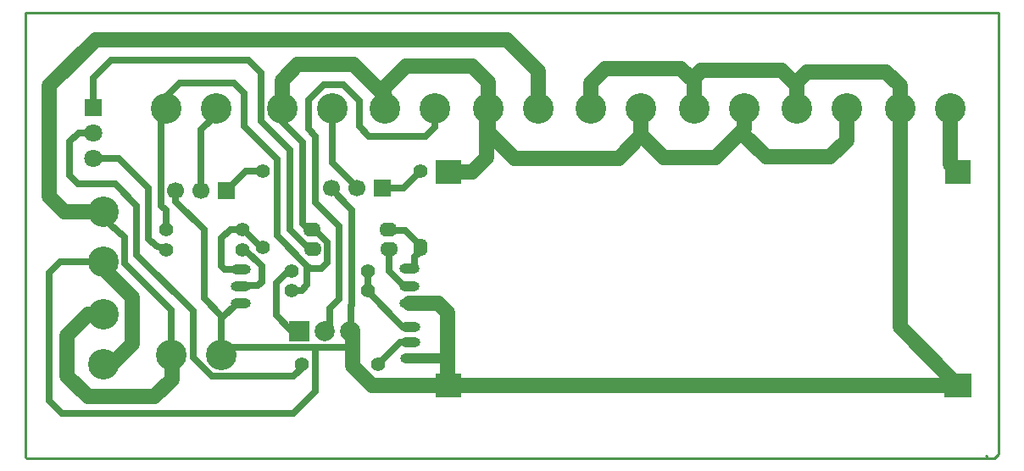
<source format=gbl>
G04*
G04 #@! TF.GenerationSoftware,Altium Limited,Altium Designer,19.0.15 (446)*
G04*
G04 Layer_Physical_Order=2*
G04 Layer_Color=16711680*
%FSLAX44Y44*%
%MOMM*%
G71*
G01*
G75*
%ADD12C,0.2540*%
%ADD32R,2.5400X2.3368*%
%ADD33R,2.6924X2.3368*%
%ADD34C,3.0480*%
%ADD35C,1.4000*%
%ADD36C,2.0000*%
%ADD37R,2.0000X2.0000*%
%ADD38O,2.0000X1.0000*%
%ADD39O,2.0000X1.0000*%
%ADD40C,1.8000*%
%ADD41R,1.8000X1.8000*%
%ADD42O,1.8000X1.4000*%
%ADD43O,1.4000X1.8000*%
%ADD44C,1.7000*%
%ADD45R,1.7000X1.7000*%
%ADD46C,0.7000*%
%ADD47C,1.5000*%
%ADD48C,1.0000*%
%ADD49C,1.5240*%
D12*
X956564Y723900D02*
X1927860D01*
X1928114Y723646D01*
Y282194D02*
Y723646D01*
X1924050Y278130D02*
X1928114Y282194D01*
X957834Y278130D02*
X1924050D01*
X956564Y279400D02*
X957834Y278130D01*
X956564Y279400D02*
Y723900D01*
X1915414Y280924D02*
X1916938Y279400D01*
D32*
X1887982Y564896D02*
D03*
X1378458Y351282D02*
D03*
Y564896D02*
D03*
D33*
X1887982Y351282D02*
D03*
D34*
X1365504Y627888D02*
D03*
X1315504D02*
D03*
X1262634D02*
D03*
X1212634D02*
D03*
X1146810D02*
D03*
X1096810D02*
D03*
X1034034Y422002D02*
D03*
Y372002D02*
D03*
X1034288Y475126D02*
D03*
Y525126D02*
D03*
X1152106Y381508D02*
D03*
X1102106D02*
D03*
X1521244Y627888D02*
D03*
X1571244D02*
D03*
X1623968Y627634D02*
D03*
X1673968D02*
D03*
X1726838Y627888D02*
D03*
X1776838D02*
D03*
X1829708Y628142D02*
D03*
X1879708D02*
D03*
X1418482Y627888D02*
D03*
X1468482D02*
D03*
D35*
X1221994Y446024D02*
D03*
X1298194D02*
D03*
X1221994Y465836D02*
D03*
X1298194D02*
D03*
X1308608Y372364D02*
D03*
X1232408D02*
D03*
X1350518Y565404D02*
D03*
X1096518Y507238D02*
D03*
X1172718D02*
D03*
X1193546Y565658D02*
D03*
Y489458D02*
D03*
X1172718Y486918D02*
D03*
X1096518D02*
D03*
D36*
X1280414Y405384D02*
D03*
X1255014D02*
D03*
D37*
X1229614D02*
D03*
D38*
X1340866Y410000D02*
D03*
Y378000D02*
D03*
X1339596Y468000D02*
D03*
Y433000D02*
D03*
X1171702Y467000D02*
D03*
Y433000D02*
D03*
D39*
X1340866Y393954D02*
D03*
X1339596Y450342D02*
D03*
X1171702Y450126D02*
D03*
D40*
X1024128Y603758D02*
D03*
Y578358D02*
D03*
D41*
Y629158D02*
D03*
D42*
X1242822Y507238D02*
D03*
X1319022D02*
D03*
X1319276Y487172D02*
D03*
X1243076D02*
D03*
D43*
X1350518Y489204D02*
D03*
D44*
X1261872Y548640D02*
D03*
X1287272D02*
D03*
X1106424Y546100D02*
D03*
X1131824D02*
D03*
D45*
X1312672Y548640D02*
D03*
X1157224Y546100D02*
D03*
D46*
X1270000Y437642D02*
Y510032D01*
X1260348Y427990D02*
X1270000Y437642D01*
X1260348Y406400D02*
Y427990D01*
X1045718Y552704D02*
X1067562Y530860D01*
Y481689D02*
Y530860D01*
Y481689D02*
X1123950Y425301D01*
X1055568Y472994D02*
Y499730D01*
X1034288Y518217D02*
X1055568Y499730D01*
X1034288Y518217D02*
Y525126D01*
X1377140Y378000D02*
X1377950Y377190D01*
Y351790D02*
X1378458Y351282D01*
X1886204Y351028D02*
X1887982D01*
X1260094Y548894D02*
X1282700Y526288D01*
X1152106Y388874D02*
X1245870D01*
X1333376Y409956D02*
X1337564D01*
X1298194Y445138D02*
X1333376Y409956D01*
X1192276Y454660D02*
Y470408D01*
X1175766Y486918D02*
X1192276Y470408D01*
X1172718Y486918D02*
X1175766D01*
X1188316Y450700D02*
X1192276Y454660D01*
X1172276Y450700D02*
X1188316D01*
X1172140Y432562D02*
X1172210D01*
X1171702Y433000D02*
X1172140Y432562D01*
X1155700Y467106D02*
X1167422D01*
X1152106Y470700D02*
X1155700Y467106D01*
X991000Y475126D02*
X1034288D01*
X979678Y463804D02*
X991000Y475126D01*
X979678Y336042D02*
Y463804D01*
X1008888Y552704D02*
X1045718D01*
X1000760Y560832D02*
X1008888Y552704D01*
X1000760Y560832D02*
Y594614D01*
X1009904Y603758D02*
X1024128D01*
X1000760Y594614D02*
X1009904Y603758D01*
X1232408Y368300D02*
Y372364D01*
X1224280Y360172D02*
X1232408Y368300D01*
X1143000Y360172D02*
X1224280D01*
X1281684Y406400D02*
X1283208D01*
X1245870Y388874D02*
X1283208D01*
X1281684Y430784D02*
X1282700Y431800D01*
X1281684Y406400D02*
Y430784D01*
X1208024Y500634D02*
X1237742Y470916D01*
X1208024Y500634D02*
Y576834D01*
X1220470Y506959D02*
Y586232D01*
Y506959D02*
X1239012Y488417D01*
Y487172D02*
Y488417D01*
Y487172D02*
X1243076D01*
X1152106Y417830D02*
Y420916D01*
X1134618Y438404D02*
X1152106Y420916D01*
X1134618Y438404D02*
Y506730D01*
X1192206Y488118D02*
X1193546Y489458D01*
X1152106Y470700D02*
Y498056D01*
Y388874D02*
Y417830D01*
Y381508D02*
Y388874D01*
Y417830D02*
X1167619Y433343D01*
X1152106Y498056D02*
X1161288Y507238D01*
X1172718D01*
X1171702Y450126D02*
X1172276Y450700D01*
X992378Y323342D02*
X1223772D01*
X979678Y336042D02*
X992378Y323342D01*
X1223772D02*
X1245616Y345186D01*
X1238758Y607585D02*
X1245870Y600473D01*
Y534162D02*
Y600473D01*
Y534162D02*
X1270000Y510032D01*
X1174750Y610108D02*
X1208024Y576834D01*
X1174750Y610108D02*
Y643382D01*
X1191354Y615348D02*
X1220470Y586232D01*
X1212634Y614642D02*
X1233424Y593852D01*
Y513130D02*
Y593852D01*
Y513130D02*
X1235976Y510578D01*
X1333754Y548640D02*
X1350518Y565404D01*
X1312672Y548640D02*
X1333754D01*
X1319022Y507238D02*
X1320361Y505899D01*
X1335823D01*
X1350518Y491204D01*
Y489204D02*
Y491204D01*
Y485310D02*
Y489204D01*
X1345170Y479962D02*
X1350518Y485310D01*
X1345170Y469386D02*
Y479962D01*
X1343784Y468000D02*
X1345170Y469386D01*
X1339596Y468000D02*
X1343784D01*
X1284478Y551688D02*
X1285494D01*
X1262634Y573532D02*
X1284478Y551688D01*
X1262634Y573532D02*
Y627888D01*
X1257808Y548894D02*
X1260094D01*
X1282700Y431800D02*
Y526288D01*
X1164844Y653288D02*
X1174750Y643382D01*
X1110234Y653288D02*
X1164844D01*
X1096810Y639864D02*
X1110234Y653288D01*
X1096810Y627888D02*
Y639864D01*
X1096518Y507238D02*
Y526034D01*
X1091884Y530668D02*
X1096518Y526034D01*
X1091884Y530668D02*
Y616608D01*
X1096810Y621534D02*
Y627888D01*
X1091884Y616608D02*
X1096810Y621534D01*
X1146810D02*
Y627888D01*
X1131824Y606548D02*
X1146810Y621534D01*
X1131824Y546100D02*
Y606548D01*
X1237742Y451612D02*
Y470916D01*
X1191354Y615348D02*
Y663862D01*
X1178814Y676402D02*
X1191354Y663862D01*
X1041908Y676402D02*
X1178814D01*
X1024128Y658622D02*
X1041908Y676402D01*
X1024128Y629158D02*
Y658622D01*
X1315504Y640550D02*
Y649262D01*
X1416980Y626386D02*
X1418482Y627888D01*
X1365504Y609092D02*
Y627888D01*
X1356361Y599949D02*
X1365504Y609092D01*
X1320062Y599949D02*
X1356361D01*
X1299210Y600202D02*
X1320122D01*
X1289558Y609854D02*
X1299210Y600202D01*
X1289558Y609854D02*
Y635960D01*
X1320062Y599949D02*
X1320122Y600202D01*
X1212634Y614642D02*
Y627888D01*
X1238758Y636332D02*
X1254190Y651764D01*
X1238758Y607585D02*
Y636332D01*
X1273754Y651764D02*
X1289558Y635960D01*
X1254190Y651764D02*
X1273754D01*
X1206586Y453984D02*
X1218438Y465836D01*
X1206586Y421300D02*
Y453984D01*
Y421300D02*
X1221486Y406400D01*
X1218438Y465836D02*
X1221994D01*
X1235976Y510578D02*
X1239482D01*
X1237742Y470916D02*
X1240536Y468122D01*
X1252220D01*
X1258116Y474018D01*
Y493944D01*
X1244822Y507238D02*
X1258116Y493944D01*
X1242822Y507238D02*
X1244822D01*
X1232154Y446024D02*
X1237742Y451612D01*
X1229106Y446024D02*
X1232154D01*
X1245616Y388620D02*
X1245870Y388874D01*
X1245616Y345186D02*
Y388620D01*
X1106424Y534924D02*
X1134618Y506730D01*
X1106424Y534924D02*
Y546100D01*
X1102106Y381508D02*
X1102614Y381000D01*
X1315504Y627888D02*
Y640550D01*
X1123950Y379222D02*
Y425301D01*
Y379222D02*
X1143000Y360172D01*
X1024128Y578358D02*
X1049274D01*
X1079500Y548132D01*
Y497350D02*
Y548132D01*
Y497350D02*
X1086351Y490499D01*
X1096518Y486918D01*
X1308608Y372364D02*
X1330198Y393954D01*
X1340866D01*
X1298194Y446024D02*
Y465836D01*
Y445138D02*
Y446024D01*
X1319276Y465662D02*
Y487172D01*
Y465662D02*
X1334596Y450342D01*
X1339596D01*
X1319022Y507238D02*
X1320546D01*
X1192022Y489458D02*
X1193546D01*
X1174242Y507238D02*
X1192022Y489458D01*
X1172718Y507238D02*
X1174242D01*
X1221486Y406400D02*
X1234948D01*
X1157224Y546100D02*
X1176782Y565658D01*
X1193546D01*
X1055568Y472994D02*
X1102106Y426456D01*
Y381508D02*
Y426456D01*
D47*
X1377950Y377190D02*
Y423926D01*
Y351790D02*
Y377190D01*
X1368876Y433000D02*
X1377950Y423926D01*
X1339596Y433000D02*
X1368876D01*
X1283208Y391414D02*
Y406400D01*
X1303020Y351028D02*
X1886204D01*
X1416980Y604628D02*
Y626386D01*
X1311148Y644906D02*
X1315504Y640550D01*
X1283208Y370840D02*
Y388874D01*
Y370840D02*
X1303020Y351028D01*
X995318Y525126D02*
X1034288D01*
X980440Y540004D02*
X995318Y525126D01*
X980440Y540004D02*
Y650494D01*
X1026414Y696468D01*
X1418482Y627888D02*
Y653904D01*
X1402334Y670052D02*
X1418482Y653904D01*
X1336294Y670052D02*
X1402334D01*
X1315504Y649262D02*
X1336294Y670052D01*
X1416980Y578780D02*
Y604628D01*
X1402842Y564642D02*
X1416980Y578780D01*
X1378458Y564642D02*
X1402842D01*
X1228090Y671830D02*
X1284224D01*
X1212634Y656374D02*
X1228090Y671830D01*
X1212634Y627888D02*
Y656374D01*
X1284224Y671830D02*
X1311148Y644906D01*
X1437132Y696468D02*
X1468482Y665118D01*
X1026414Y696468D02*
X1437132D01*
X1468482Y627888D02*
Y665118D01*
X1085342Y339852D02*
X1102614Y357124D01*
X1018633Y339852D02*
X1085342D01*
X997966Y360518D02*
X1018633Y339852D01*
X997966Y400812D02*
X1019156Y422002D01*
X997966Y360518D02*
Y400812D01*
X1019156Y422002D02*
X1034034D01*
X1102614Y357124D02*
Y381000D01*
X1063068Y392310D02*
Y439342D01*
X1042760Y372002D02*
X1063068Y392310D01*
X1034034Y372002D02*
X1042760D01*
X1034288Y468122D02*
X1063068Y439342D01*
X1034288Y468122D02*
Y475126D01*
D48*
X1340866Y378000D02*
X1377140D01*
D49*
X1829708Y628142D02*
Y650856D01*
X1816100Y664464D02*
X1829708Y650856D01*
X1737360Y664464D02*
X1816100D01*
X1726838Y650856D02*
Y653942D01*
Y627888D02*
Y650856D01*
Y653942D02*
X1737360Y664464D01*
X1711960Y665734D02*
X1726838Y650856D01*
X1630934Y665734D02*
X1711960D01*
X1623968Y654920D02*
Y658768D01*
Y627634D02*
Y654920D01*
Y658768D02*
X1630934Y665734D01*
X1611122Y667766D02*
X1623968Y654920D01*
X1535430Y667766D02*
X1611122D01*
X1521244Y653580D02*
X1535430Y667766D01*
X1521244Y627888D02*
Y653580D01*
X1695958Y579374D02*
X1760220D01*
X1671066Y604266D02*
X1695958Y579374D01*
X1645580Y578780D02*
X1671066Y604266D01*
X1776838Y595992D02*
Y627888D01*
X1760220Y579374D02*
X1776838Y595992D01*
X1673968Y607968D02*
Y627634D01*
X1594190Y578780D02*
X1645580D01*
X1571244Y601726D02*
X1594190Y578780D01*
X1571244Y600710D02*
Y601726D01*
Y627888D01*
X1548638Y578104D02*
X1571244Y600710D01*
X1445006Y578104D02*
X1548638D01*
X1418482Y604628D02*
X1445006Y578104D01*
X1418482Y604628D02*
Y627888D01*
X1829708Y409302D02*
Y628142D01*
Y409302D02*
X1882140Y356870D01*
Y355092D02*
Y356870D01*
Y355092D02*
X1886204Y351028D01*
X1879708Y571900D02*
Y628142D01*
Y571900D02*
X1886966Y564642D01*
X1887982D01*
M02*

</source>
